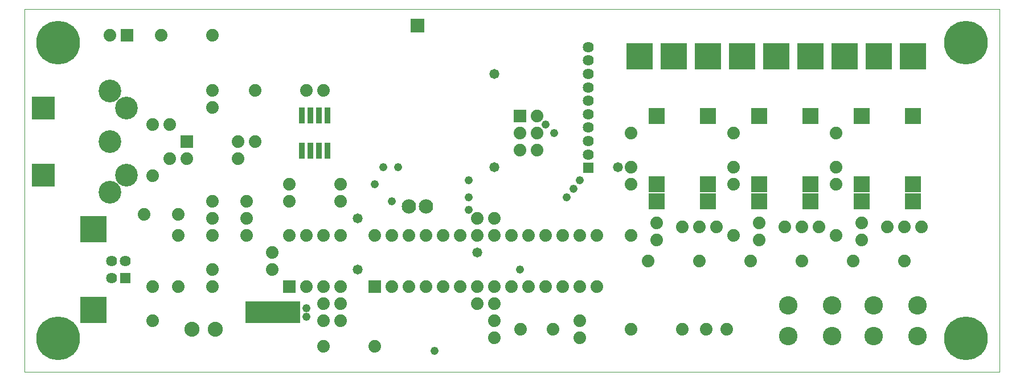
<source format=gts>
G75*
G70*
%OFA0B0*%
%FSLAX24Y24*%
%IPPOS*%
%LPD*%
%AMOC8*
5,1,8,0,0,1.08239X$1,22.5*
%
%ADD10C,0.0000*%
%ADD11C,0.0640*%
%ADD12R,0.0640X0.0640*%
%ADD13R,0.1580X0.1580*%
%ADD14C,0.0880*%
%ADD15C,0.0740*%
%ADD16R,0.0740X0.0740*%
%ADD17C,0.1330*%
%ADD18R,0.1330X0.1330*%
%ADD19R,0.0940X0.0940*%
%ADD20C,0.1080*%
%ADD21R,0.0320X0.0950*%
%ADD22R,0.3230X0.1261*%
%ADD23C,0.0477*%
%ADD24R,0.0840X0.0840*%
%ADD25C,0.0840*%
%ADD26C,0.1340*%
%ADD27C,0.2559*%
%ADD28C,0.0476*%
%ADD29C,0.0580*%
D10*
X000232Y000101D02*
X000232Y021361D01*
X057318Y021361D01*
X057318Y000101D01*
X000232Y000101D01*
X001570Y002069D02*
X001572Y002119D01*
X001578Y002169D01*
X001588Y002218D01*
X001602Y002266D01*
X001619Y002313D01*
X001640Y002358D01*
X001665Y002402D01*
X001693Y002443D01*
X001725Y002482D01*
X001759Y002519D01*
X001796Y002553D01*
X001836Y002583D01*
X001878Y002610D01*
X001922Y002634D01*
X001968Y002655D01*
X002015Y002671D01*
X002063Y002684D01*
X002113Y002693D01*
X002162Y002698D01*
X002213Y002699D01*
X002263Y002696D01*
X002312Y002689D01*
X002361Y002678D01*
X002409Y002663D01*
X002455Y002645D01*
X002500Y002623D01*
X002543Y002597D01*
X002584Y002568D01*
X002623Y002536D01*
X002659Y002501D01*
X002691Y002463D01*
X002721Y002423D01*
X002748Y002380D01*
X002771Y002336D01*
X002790Y002290D01*
X002806Y002242D01*
X002818Y002193D01*
X002826Y002144D01*
X002830Y002094D01*
X002830Y002044D01*
X002826Y001994D01*
X002818Y001945D01*
X002806Y001896D01*
X002790Y001848D01*
X002771Y001802D01*
X002748Y001758D01*
X002721Y001715D01*
X002691Y001675D01*
X002659Y001637D01*
X002623Y001602D01*
X002584Y001570D01*
X002543Y001541D01*
X002500Y001515D01*
X002455Y001493D01*
X002409Y001475D01*
X002361Y001460D01*
X002312Y001449D01*
X002263Y001442D01*
X002213Y001439D01*
X002162Y001440D01*
X002113Y001445D01*
X002063Y001454D01*
X002015Y001467D01*
X001968Y001483D01*
X001922Y001504D01*
X001878Y001528D01*
X001836Y001555D01*
X001796Y001585D01*
X001759Y001619D01*
X001725Y001656D01*
X001693Y001695D01*
X001665Y001736D01*
X001640Y001780D01*
X001619Y001825D01*
X001602Y001872D01*
X001588Y001920D01*
X001578Y001969D01*
X001572Y002019D01*
X001570Y002069D01*
X001570Y019392D02*
X001572Y019442D01*
X001578Y019492D01*
X001588Y019541D01*
X001602Y019589D01*
X001619Y019636D01*
X001640Y019681D01*
X001665Y019725D01*
X001693Y019766D01*
X001725Y019805D01*
X001759Y019842D01*
X001796Y019876D01*
X001836Y019906D01*
X001878Y019933D01*
X001922Y019957D01*
X001968Y019978D01*
X002015Y019994D01*
X002063Y020007D01*
X002113Y020016D01*
X002162Y020021D01*
X002213Y020022D01*
X002263Y020019D01*
X002312Y020012D01*
X002361Y020001D01*
X002409Y019986D01*
X002455Y019968D01*
X002500Y019946D01*
X002543Y019920D01*
X002584Y019891D01*
X002623Y019859D01*
X002659Y019824D01*
X002691Y019786D01*
X002721Y019746D01*
X002748Y019703D01*
X002771Y019659D01*
X002790Y019613D01*
X002806Y019565D01*
X002818Y019516D01*
X002826Y019467D01*
X002830Y019417D01*
X002830Y019367D01*
X002826Y019317D01*
X002818Y019268D01*
X002806Y019219D01*
X002790Y019171D01*
X002771Y019125D01*
X002748Y019081D01*
X002721Y019038D01*
X002691Y018998D01*
X002659Y018960D01*
X002623Y018925D01*
X002584Y018893D01*
X002543Y018864D01*
X002500Y018838D01*
X002455Y018816D01*
X002409Y018798D01*
X002361Y018783D01*
X002312Y018772D01*
X002263Y018765D01*
X002213Y018762D01*
X002162Y018763D01*
X002113Y018768D01*
X002063Y018777D01*
X002015Y018790D01*
X001968Y018806D01*
X001922Y018827D01*
X001878Y018851D01*
X001836Y018878D01*
X001796Y018908D01*
X001759Y018942D01*
X001725Y018979D01*
X001693Y019018D01*
X001665Y019059D01*
X001640Y019103D01*
X001619Y019148D01*
X001602Y019195D01*
X001588Y019243D01*
X001578Y019292D01*
X001572Y019342D01*
X001570Y019392D01*
X054720Y019392D02*
X054722Y019442D01*
X054728Y019492D01*
X054738Y019541D01*
X054752Y019589D01*
X054769Y019636D01*
X054790Y019681D01*
X054815Y019725D01*
X054843Y019766D01*
X054875Y019805D01*
X054909Y019842D01*
X054946Y019876D01*
X054986Y019906D01*
X055028Y019933D01*
X055072Y019957D01*
X055118Y019978D01*
X055165Y019994D01*
X055213Y020007D01*
X055263Y020016D01*
X055312Y020021D01*
X055363Y020022D01*
X055413Y020019D01*
X055462Y020012D01*
X055511Y020001D01*
X055559Y019986D01*
X055605Y019968D01*
X055650Y019946D01*
X055693Y019920D01*
X055734Y019891D01*
X055773Y019859D01*
X055809Y019824D01*
X055841Y019786D01*
X055871Y019746D01*
X055898Y019703D01*
X055921Y019659D01*
X055940Y019613D01*
X055956Y019565D01*
X055968Y019516D01*
X055976Y019467D01*
X055980Y019417D01*
X055980Y019367D01*
X055976Y019317D01*
X055968Y019268D01*
X055956Y019219D01*
X055940Y019171D01*
X055921Y019125D01*
X055898Y019081D01*
X055871Y019038D01*
X055841Y018998D01*
X055809Y018960D01*
X055773Y018925D01*
X055734Y018893D01*
X055693Y018864D01*
X055650Y018838D01*
X055605Y018816D01*
X055559Y018798D01*
X055511Y018783D01*
X055462Y018772D01*
X055413Y018765D01*
X055363Y018762D01*
X055312Y018763D01*
X055263Y018768D01*
X055213Y018777D01*
X055165Y018790D01*
X055118Y018806D01*
X055072Y018827D01*
X055028Y018851D01*
X054986Y018878D01*
X054946Y018908D01*
X054909Y018942D01*
X054875Y018979D01*
X054843Y019018D01*
X054815Y019059D01*
X054790Y019103D01*
X054769Y019148D01*
X054752Y019195D01*
X054738Y019243D01*
X054728Y019292D01*
X054722Y019342D01*
X054720Y019392D01*
X054720Y002069D02*
X054722Y002119D01*
X054728Y002169D01*
X054738Y002218D01*
X054752Y002266D01*
X054769Y002313D01*
X054790Y002358D01*
X054815Y002402D01*
X054843Y002443D01*
X054875Y002482D01*
X054909Y002519D01*
X054946Y002553D01*
X054986Y002583D01*
X055028Y002610D01*
X055072Y002634D01*
X055118Y002655D01*
X055165Y002671D01*
X055213Y002684D01*
X055263Y002693D01*
X055312Y002698D01*
X055363Y002699D01*
X055413Y002696D01*
X055462Y002689D01*
X055511Y002678D01*
X055559Y002663D01*
X055605Y002645D01*
X055650Y002623D01*
X055693Y002597D01*
X055734Y002568D01*
X055773Y002536D01*
X055809Y002501D01*
X055841Y002463D01*
X055871Y002423D01*
X055898Y002380D01*
X055921Y002336D01*
X055940Y002290D01*
X055956Y002242D01*
X055968Y002193D01*
X055976Y002144D01*
X055980Y002094D01*
X055980Y002044D01*
X055976Y001994D01*
X055968Y001945D01*
X055956Y001896D01*
X055940Y001848D01*
X055921Y001802D01*
X055898Y001758D01*
X055871Y001715D01*
X055841Y001675D01*
X055809Y001637D01*
X055773Y001602D01*
X055734Y001570D01*
X055693Y001541D01*
X055650Y001515D01*
X055605Y001493D01*
X055559Y001475D01*
X055511Y001460D01*
X055462Y001449D01*
X055413Y001442D01*
X055363Y001439D01*
X055312Y001440D01*
X055263Y001445D01*
X055213Y001454D01*
X055165Y001467D01*
X055118Y001483D01*
X055072Y001504D01*
X055028Y001528D01*
X054986Y001555D01*
X054946Y001585D01*
X054909Y001619D01*
X054875Y001656D01*
X054843Y001695D01*
X054815Y001736D01*
X054790Y001780D01*
X054769Y001825D01*
X054752Y001872D01*
X054738Y001920D01*
X054728Y001969D01*
X054722Y002019D01*
X054720Y002069D01*
D11*
X033232Y012845D03*
X033232Y013632D03*
X033232Y014420D03*
X033232Y015207D03*
X033232Y015994D03*
X033232Y016782D03*
X033232Y017569D03*
X033232Y018357D03*
X033232Y019144D03*
X006126Y006593D03*
X005338Y006593D03*
X005338Y005609D03*
D12*
X006126Y005609D03*
X033232Y012057D03*
D13*
X036232Y018601D03*
X038232Y018601D03*
X040232Y018601D03*
X042232Y018601D03*
X044232Y018601D03*
X046232Y018601D03*
X048232Y018601D03*
X050232Y018601D03*
X052232Y018601D03*
X004271Y008471D03*
X004271Y003731D03*
D14*
X010043Y002601D03*
X011421Y002601D03*
D15*
X007732Y003101D03*
X007732Y005101D03*
X009232Y005101D03*
X011232Y005101D03*
X011232Y006101D03*
X014732Y006101D03*
X014732Y007101D03*
X015732Y008101D03*
X016732Y008101D03*
X017732Y008101D03*
X018732Y008101D03*
X020732Y008101D03*
X021732Y008101D03*
X022732Y008101D03*
X023732Y008101D03*
X024732Y008101D03*
X025732Y008101D03*
X026732Y008101D03*
X027732Y008101D03*
X028732Y008101D03*
X029732Y008101D03*
X030732Y008101D03*
X031732Y008101D03*
X032732Y008101D03*
X033732Y008101D03*
X035732Y008101D03*
X037232Y007851D03*
X038732Y008601D03*
X039732Y008601D03*
X040732Y008601D03*
X041732Y008101D03*
X043232Y007851D03*
X044732Y008601D03*
X045732Y008601D03*
X046732Y008601D03*
X047732Y008101D03*
X049232Y007851D03*
X050732Y008601D03*
X051732Y008601D03*
X052732Y008601D03*
X049232Y008851D03*
X047732Y011101D03*
X047732Y012101D03*
X047732Y014101D03*
X041732Y014101D03*
X041732Y012101D03*
X041732Y011101D03*
X043232Y008851D03*
X042732Y006601D03*
X045732Y006601D03*
X048732Y006601D03*
X051732Y006601D03*
X041322Y002601D03*
X040141Y002601D03*
X038732Y002601D03*
X035732Y002601D03*
X032732Y003101D03*
X031182Y002601D03*
X032732Y002101D03*
X029282Y002601D03*
X027732Y003101D03*
X027732Y004101D03*
X026732Y004101D03*
X026732Y005101D03*
X027732Y005101D03*
X028732Y005101D03*
X029732Y005101D03*
X030732Y005101D03*
X031732Y005101D03*
X032732Y005101D03*
X033732Y005101D03*
X036732Y006601D03*
X039732Y006601D03*
X037232Y008851D03*
X035732Y011101D03*
X035732Y012101D03*
X035732Y014101D03*
X030232Y014101D03*
X029232Y014101D03*
X029232Y013101D03*
X030232Y013101D03*
X030232Y015101D03*
X018732Y011101D03*
X018732Y010101D03*
X015732Y010101D03*
X015732Y011101D03*
X013232Y010101D03*
X011232Y010101D03*
X009232Y009351D03*
X011232Y009101D03*
X013232Y009101D03*
X013232Y008101D03*
X011232Y008101D03*
X009232Y008101D03*
X007232Y009351D03*
X007732Y011601D03*
X008732Y012601D03*
X009732Y012601D03*
X012732Y012601D03*
X012732Y013601D03*
X013732Y013601D03*
X008732Y014601D03*
X007732Y014601D03*
X011232Y015601D03*
X011232Y016601D03*
X013732Y016601D03*
X016732Y016601D03*
X017732Y016601D03*
X011232Y019851D03*
X008232Y019851D03*
X005232Y019851D03*
X026732Y009101D03*
X027732Y009101D03*
X025732Y005101D03*
X024732Y005101D03*
X023732Y005101D03*
X022732Y005101D03*
X021732Y005101D03*
X018732Y005101D03*
X017732Y005101D03*
X016732Y005101D03*
X017732Y004101D03*
X018732Y004101D03*
X018732Y003101D03*
X017732Y003101D03*
X017732Y001601D03*
X020732Y001601D03*
X027732Y002101D03*
D16*
X020732Y005101D03*
X015732Y005101D03*
X009732Y013601D03*
X006232Y019851D03*
X029232Y015101D03*
D17*
X006216Y015569D03*
X005232Y016554D03*
X005232Y013601D03*
X006216Y011632D03*
X005232Y010648D03*
D18*
X001334Y011632D03*
X001334Y015569D03*
D19*
X037232Y015101D03*
X040232Y015101D03*
X043232Y015101D03*
X046232Y015101D03*
X049232Y015101D03*
X052232Y015101D03*
X052232Y011101D03*
X052232Y010101D03*
X049232Y010101D03*
X049232Y011101D03*
X046232Y011101D03*
X046232Y010101D03*
X043232Y010101D03*
X043232Y011101D03*
X040232Y011101D03*
X040232Y010101D03*
X037232Y010101D03*
X037232Y011101D03*
D20*
X044952Y003987D03*
X047511Y003987D03*
X049952Y003987D03*
X052511Y003987D03*
X052511Y002215D03*
X049952Y002215D03*
X047511Y002215D03*
X044952Y002215D03*
D21*
X017982Y013071D03*
X017482Y013071D03*
X016982Y013071D03*
X016482Y013071D03*
X016482Y015131D03*
X016982Y015131D03*
X017482Y015131D03*
X017982Y015131D03*
D22*
X014785Y003601D03*
D23*
X016732Y003851D03*
X016732Y003351D03*
D24*
X023232Y020396D03*
D25*
X022732Y009806D03*
X023732Y009806D03*
D26*
X002200Y002069D03*
X002200Y019392D03*
X055350Y019392D03*
X055350Y002069D03*
D27*
X055350Y002069D03*
X055350Y019392D03*
X002200Y019392D03*
X002200Y002069D03*
D28*
X021732Y010101D03*
X020732Y011101D03*
X021232Y012101D03*
X022107Y012101D03*
X026232Y011351D03*
X026232Y010351D03*
X026232Y009601D03*
X031982Y010351D03*
X032357Y010851D03*
X032732Y011351D03*
X031232Y014101D03*
X030732Y014601D03*
X029232Y006101D03*
X024232Y001351D03*
D29*
X019732Y006101D03*
X026732Y007101D03*
X019732Y009101D03*
X027732Y012101D03*
X034982Y012101D03*
X027732Y017569D03*
M02*

</source>
